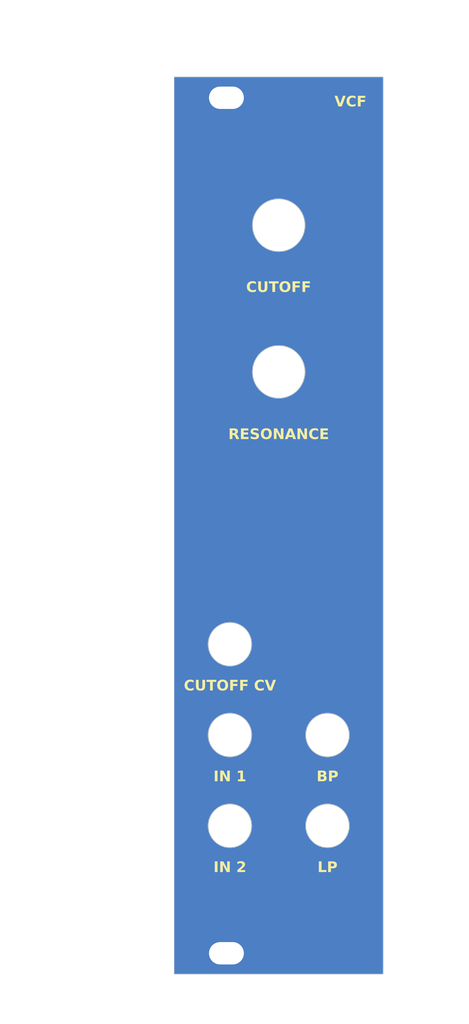
<source format=kicad_pcb>
(kicad_pcb (version 20240108) (generator "pcbnew") (generator_version "8.0")
  (layers (0 "F.Cu" signal) (31 "B.Cu" signal) (34 "B.Paste" user) (35 "F.Paste" user) (36 "B.SilkS" user "B.Silkscreen") (37 "F.SilkS" user "F.Silkscreen") (38 "B.Mask" user) (39 "F.Mask" user) (44 "Edge.Cuts" user))
  (net 0 "")
  (net 1 "GND")
  (footprint "BYOM_General:plated_rack_hole" (layer "F.Cu") (at 123.5 151.5)
    (property "Reference" "H2" (hide yes))
    (property "Value" "MountingHole_Pad")
    (pad "1" thru_hole oval (at 0 0) (size 6 4.2) (drill oval 5 3.2) (layers "*.Cu" "*.Mask") (net 1 "GND"))
  )
  (footprint "BYOM_General:plated_rack_hole" (layer "F.Cu") (at 123.5 29)
    (property "Reference" "H1" (hide yes))
    (property "Value" "MountingHole_Pad")
    (pad "1" thru_hole oval (at 0 0) (size 6 4.2) (drill oval 5 3.2) (layers "*.Cu" "*.Mask") (net 1 "GND"))
  )
  (gr_circle (center 138 120.25) (end 141.1 120.25) (stroke (width 0.1)) (fill none) (layer "Edge.Cuts"))
  (gr_circle (center 124 120.25) (end 127.1 120.25) (stroke (width 0.1)) (fill none) (layer "Edge.Cuts"))
  (gr_circle (center 138 133.25) (end 141.1 133.25) (stroke (width 0.1)) (fill none) (layer "Edge.Cuts"))
  (gr_line (start 116 26) (end 146 26) (stroke (width 0.05)) (layer "Edge.Cuts"))
  (gr_line (start 146 154.5) (end 116 154.5) (stroke (width 0.05)) (layer "Edge.Cuts"))
  (gr_line (start 116 154.5) (end 116 26) (stroke (width 0.05)) (layer "Edge.Cuts"))
  (gr_line (start 146 26) (end 146 154.5) (stroke (width 0.05)) (layer "Edge.Cuts"))
  (gr_circle (center 131 68.25) (end 134.75 68.25) (stroke (width 0.1)) (fill none) (layer "Edge.Cuts"))
  (gr_circle (center 131 47.25) (end 134.75 47.25) (stroke (width 0.1)) (fill none) (layer "Edge.Cuts"))
  (gr_circle (center 124 107.25) (end 127.1 107.25) (stroke (width 0.1)) (fill none) (layer "Edge.Cuts"))
  (gr_circle (center 124 133.25) (end 127.1 133.25) (stroke (width 0.1)) (fill none) (layer "Edge.Cuts"))
  (gr_text "LP" (at 138 139.25 0) (layer "F.SilkS") (effects (font (size 1.5 1.5) (thickness 0.15) (bold yes))))
  (gr_text "IN 2" (at 124 139.25 0) (layer "F.SilkS") (effects (font (size 1.5 1.5) (thickness 0.15) (bold yes))))
  (gr_text "CUTOFF CV" (at 124 113.25 0) (layer "F.SilkS") (effects (font (size 1.5 1.5) (thickness 0.15) (bold yes))))
  (gr_text "BP" (at 138 126.25 0) (layer "F.SilkS") (effects (font (size 1.5 1.5) (thickness 0.15) (bold yes))))
  (gr_text "CUTOFF" (at 130.99 56.19 0) (layer "F.SilkS") (effects (font (size 1.5 1.5) (thickness 0.15) (bold yes))))
  (gr_text "RESONANCE" (at 131 77.25 0) (layer "F.SilkS") (effects (font (size 1.5 1.5) (thickness 0.15) (bold yes))))
  (gr_text "VCF" (at 139 30.5 0) (layer "F.SilkS") (effects (font (size 1.5 1.5) (thickness 0.15) (bold yes)) (justify left bottom)))
  (gr_text "IN 1" (at 124 126.25 0) (layer "F.SilkS") (effects (font (size 1.5 1.5) (thickness 0.15) (bold yes))))
  (zone (net 0) (net_name "") (layer "B.Cu") (connect_pads (clearance 0.508)) (min_thickness 0.25) (fill yes (thermal_gap 0.5) (thermal_bridge_width 0.5) (island_removal_mode 1) (island_area_min 10))
    (polygon (pts (xy 115 25.25) (xy 115.5 154.75) (xy 146.5 154.75) (xy 146.5 25.25)))
  )
)
</source>
